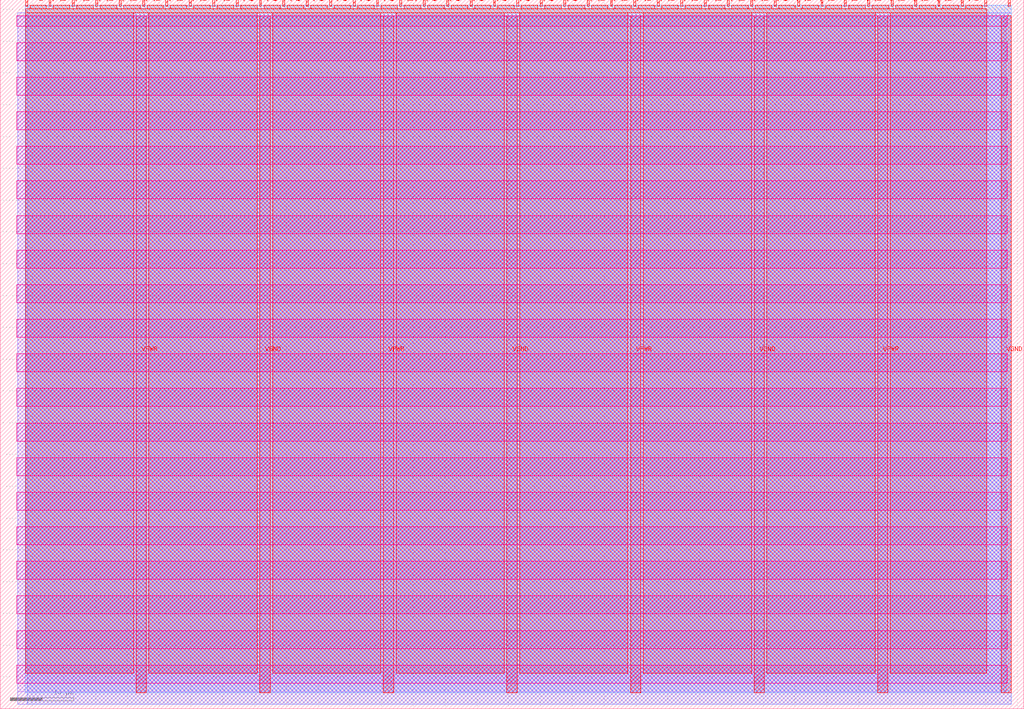
<source format=lef>
VERSION 5.7 ;
  NOWIREEXTENSIONATPIN ON ;
  DIVIDERCHAR "/" ;
  BUSBITCHARS "[]" ;
MACRO tt_um_maheredia
  CLASS BLOCK ;
  FOREIGN tt_um_maheredia ;
  ORIGIN 0.000 0.000 ;
  SIZE 161.000 BY 111.520 ;
  PIN VGND
    DIRECTION INOUT ;
    USE GROUND ;
    PORT
      LAYER met4 ;
        RECT 40.830 2.480 42.430 109.040 ;
    END
    PORT
      LAYER met4 ;
        RECT 79.700 2.480 81.300 109.040 ;
    END
    PORT
      LAYER met4 ;
        RECT 118.570 2.480 120.170 109.040 ;
    END
    PORT
      LAYER met4 ;
        RECT 157.440 2.480 159.040 109.040 ;
    END
  END VGND
  PIN VPWR
    DIRECTION INOUT ;
    USE POWER ;
    PORT
      LAYER met4 ;
        RECT 21.395 2.480 22.995 109.040 ;
    END
    PORT
      LAYER met4 ;
        RECT 60.265 2.480 61.865 109.040 ;
    END
    PORT
      LAYER met4 ;
        RECT 99.135 2.480 100.735 109.040 ;
    END
    PORT
      LAYER met4 ;
        RECT 138.005 2.480 139.605 109.040 ;
    END
  END VPWR
  PIN clk
    DIRECTION INPUT ;
    USE SIGNAL ;
    ANTENNAGATEAREA 0.852000 ;
    PORT
      LAYER met4 ;
        RECT 154.870 110.520 155.170 111.520 ;
    END
  END clk
  PIN ena
    DIRECTION INPUT ;
    USE SIGNAL ;
    PORT
      LAYER met4 ;
        RECT 158.550 110.520 158.850 111.520 ;
    END
  END ena
  PIN rst_n
    DIRECTION INPUT ;
    USE SIGNAL ;
    ANTENNAGATEAREA 0.196500 ;
    PORT
      LAYER met4 ;
        RECT 151.190 110.520 151.490 111.520 ;
    END
  END rst_n
  PIN ui_in[0]
    DIRECTION INPUT ;
    USE SIGNAL ;
    ANTENNAGATEAREA 0.126000 ;
    ANTENNADIFFAREA 0.434700 ;
    PORT
      LAYER met4 ;
        RECT 147.510 110.520 147.810 111.520 ;
    END
  END ui_in[0]
  PIN ui_in[1]
    DIRECTION INPUT ;
    USE SIGNAL ;
    PORT
      LAYER met4 ;
        RECT 143.830 110.520 144.130 111.520 ;
    END
  END ui_in[1]
  PIN ui_in[2]
    DIRECTION INPUT ;
    USE SIGNAL ;
    PORT
      LAYER met4 ;
        RECT 140.150 110.520 140.450 111.520 ;
    END
  END ui_in[2]
  PIN ui_in[3]
    DIRECTION INPUT ;
    USE SIGNAL ;
    ANTENNAGATEAREA 0.196500 ;
    PORT
      LAYER met4 ;
        RECT 136.470 110.520 136.770 111.520 ;
    END
  END ui_in[3]
  PIN ui_in[4]
    DIRECTION INPUT ;
    USE SIGNAL ;
    PORT
      LAYER met4 ;
        RECT 132.790 110.520 133.090 111.520 ;
    END
  END ui_in[4]
  PIN ui_in[5]
    DIRECTION INPUT ;
    USE SIGNAL ;
    PORT
      LAYER met4 ;
        RECT 129.110 110.520 129.410 111.520 ;
    END
  END ui_in[5]
  PIN ui_in[6]
    DIRECTION INPUT ;
    USE SIGNAL ;
    PORT
      LAYER met4 ;
        RECT 125.430 110.520 125.730 111.520 ;
    END
  END ui_in[6]
  PIN ui_in[7]
    DIRECTION INPUT ;
    USE SIGNAL ;
    PORT
      LAYER met4 ;
        RECT 121.750 110.520 122.050 111.520 ;
    END
  END ui_in[7]
  PIN uio_in[0]
    DIRECTION INPUT ;
    USE SIGNAL ;
    PORT
      LAYER met4 ;
        RECT 118.070 110.520 118.370 111.520 ;
    END
  END uio_in[0]
  PIN uio_in[1]
    DIRECTION INPUT ;
    USE SIGNAL ;
    PORT
      LAYER met4 ;
        RECT 114.390 110.520 114.690 111.520 ;
    END
  END uio_in[1]
  PIN uio_in[2]
    DIRECTION INPUT ;
    USE SIGNAL ;
    PORT
      LAYER met4 ;
        RECT 110.710 110.520 111.010 111.520 ;
    END
  END uio_in[2]
  PIN uio_in[3]
    DIRECTION INPUT ;
    USE SIGNAL ;
    PORT
      LAYER met4 ;
        RECT 107.030 110.520 107.330 111.520 ;
    END
  END uio_in[3]
  PIN uio_in[4]
    DIRECTION INPUT ;
    USE SIGNAL ;
    PORT
      LAYER met4 ;
        RECT 103.350 110.520 103.650 111.520 ;
    END
  END uio_in[4]
  PIN uio_in[5]
    DIRECTION INPUT ;
    USE SIGNAL ;
    PORT
      LAYER met4 ;
        RECT 99.670 110.520 99.970 111.520 ;
    END
  END uio_in[5]
  PIN uio_in[6]
    DIRECTION INPUT ;
    USE SIGNAL ;
    PORT
      LAYER met4 ;
        RECT 95.990 110.520 96.290 111.520 ;
    END
  END uio_in[6]
  PIN uio_in[7]
    DIRECTION INPUT ;
    USE SIGNAL ;
    PORT
      LAYER met4 ;
        RECT 92.310 110.520 92.610 111.520 ;
    END
  END uio_in[7]
  PIN uio_oe[0]
    DIRECTION OUTPUT TRISTATE ;
    USE SIGNAL ;
    PORT
      LAYER met4 ;
        RECT 29.750 110.520 30.050 111.520 ;
    END
  END uio_oe[0]
  PIN uio_oe[1]
    DIRECTION OUTPUT TRISTATE ;
    USE SIGNAL ;
    PORT
      LAYER met4 ;
        RECT 26.070 110.520 26.370 111.520 ;
    END
  END uio_oe[1]
  PIN uio_oe[2]
    DIRECTION OUTPUT TRISTATE ;
    USE SIGNAL ;
    PORT
      LAYER met4 ;
        RECT 22.390 110.520 22.690 111.520 ;
    END
  END uio_oe[2]
  PIN uio_oe[3]
    DIRECTION OUTPUT TRISTATE ;
    USE SIGNAL ;
    PORT
      LAYER met4 ;
        RECT 18.710 110.520 19.010 111.520 ;
    END
  END uio_oe[3]
  PIN uio_oe[4]
    DIRECTION OUTPUT TRISTATE ;
    USE SIGNAL ;
    PORT
      LAYER met4 ;
        RECT 15.030 110.520 15.330 111.520 ;
    END
  END uio_oe[4]
  PIN uio_oe[5]
    DIRECTION OUTPUT TRISTATE ;
    USE SIGNAL ;
    PORT
      LAYER met4 ;
        RECT 11.350 110.520 11.650 111.520 ;
    END
  END uio_oe[5]
  PIN uio_oe[6]
    DIRECTION OUTPUT TRISTATE ;
    USE SIGNAL ;
    PORT
      LAYER met4 ;
        RECT 7.670 110.520 7.970 111.520 ;
    END
  END uio_oe[6]
  PIN uio_oe[7]
    DIRECTION OUTPUT TRISTATE ;
    USE SIGNAL ;
    PORT
      LAYER met4 ;
        RECT 3.990 110.520 4.290 111.520 ;
    END
  END uio_oe[7]
  PIN uio_out[0]
    DIRECTION OUTPUT TRISTATE ;
    USE SIGNAL ;
    PORT
      LAYER met4 ;
        RECT 59.190 110.520 59.490 111.520 ;
    END
  END uio_out[0]
  PIN uio_out[1]
    DIRECTION OUTPUT TRISTATE ;
    USE SIGNAL ;
    PORT
      LAYER met4 ;
        RECT 55.510 110.520 55.810 111.520 ;
    END
  END uio_out[1]
  PIN uio_out[2]
    DIRECTION OUTPUT TRISTATE ;
    USE SIGNAL ;
    PORT
      LAYER met4 ;
        RECT 51.830 110.520 52.130 111.520 ;
    END
  END uio_out[2]
  PIN uio_out[3]
    DIRECTION OUTPUT TRISTATE ;
    USE SIGNAL ;
    PORT
      LAYER met4 ;
        RECT 48.150 110.520 48.450 111.520 ;
    END
  END uio_out[3]
  PIN uio_out[4]
    DIRECTION OUTPUT TRISTATE ;
    USE SIGNAL ;
    PORT
      LAYER met4 ;
        RECT 44.470 110.520 44.770 111.520 ;
    END
  END uio_out[4]
  PIN uio_out[5]
    DIRECTION OUTPUT TRISTATE ;
    USE SIGNAL ;
    PORT
      LAYER met4 ;
        RECT 40.790 110.520 41.090 111.520 ;
    END
  END uio_out[5]
  PIN uio_out[6]
    DIRECTION OUTPUT TRISTATE ;
    USE SIGNAL ;
    PORT
      LAYER met4 ;
        RECT 37.110 110.520 37.410 111.520 ;
    END
  END uio_out[6]
  PIN uio_out[7]
    DIRECTION OUTPUT TRISTATE ;
    USE SIGNAL ;
    PORT
      LAYER met4 ;
        RECT 33.430 110.520 33.730 111.520 ;
    END
  END uio_out[7]
  PIN uo_out[0]
    DIRECTION OUTPUT TRISTATE ;
    USE SIGNAL ;
    ANTENNADIFFAREA 0.445500 ;
    PORT
      LAYER met4 ;
        RECT 88.630 110.520 88.930 111.520 ;
    END
  END uo_out[0]
  PIN uo_out[1]
    DIRECTION OUTPUT TRISTATE ;
    USE SIGNAL ;
    ANTENNADIFFAREA 0.445500 ;
    PORT
      LAYER met4 ;
        RECT 84.950 110.520 85.250 111.520 ;
    END
  END uo_out[1]
  PIN uo_out[2]
    DIRECTION OUTPUT TRISTATE ;
    USE SIGNAL ;
    ANTENNADIFFAREA 0.795200 ;
    PORT
      LAYER met4 ;
        RECT 81.270 110.520 81.570 111.520 ;
    END
  END uo_out[2]
  PIN uo_out[3]
    DIRECTION OUTPUT TRISTATE ;
    USE SIGNAL ;
    ANTENNADIFFAREA 0.445500 ;
    PORT
      LAYER met4 ;
        RECT 77.590 110.520 77.890 111.520 ;
    END
  END uo_out[3]
  PIN uo_out[4]
    DIRECTION OUTPUT TRISTATE ;
    USE SIGNAL ;
    ANTENNADIFFAREA 0.445500 ;
    PORT
      LAYER met4 ;
        RECT 73.910 110.520 74.210 111.520 ;
    END
  END uo_out[4]
  PIN uo_out[5]
    DIRECTION OUTPUT TRISTATE ;
    USE SIGNAL ;
    PORT
      LAYER met4 ;
        RECT 70.230 110.520 70.530 111.520 ;
    END
  END uo_out[5]
  PIN uo_out[6]
    DIRECTION OUTPUT TRISTATE ;
    USE SIGNAL ;
    PORT
      LAYER met4 ;
        RECT 66.550 110.520 66.850 111.520 ;
    END
  END uo_out[6]
  PIN uo_out[7]
    DIRECTION OUTPUT TRISTATE ;
    USE SIGNAL ;
    PORT
      LAYER met4 ;
        RECT 62.870 110.520 63.170 111.520 ;
    END
  END uo_out[7]
  OBS
      LAYER nwell ;
        RECT 2.570 107.385 158.430 108.990 ;
        RECT 2.570 101.945 158.430 104.775 ;
        RECT 2.570 96.505 158.430 99.335 ;
        RECT 2.570 91.065 158.430 93.895 ;
        RECT 2.570 85.625 158.430 88.455 ;
        RECT 2.570 80.185 158.430 83.015 ;
        RECT 2.570 74.745 158.430 77.575 ;
        RECT 2.570 69.305 158.430 72.135 ;
        RECT 2.570 63.865 158.430 66.695 ;
        RECT 2.570 58.425 158.430 61.255 ;
        RECT 2.570 52.985 158.430 55.815 ;
        RECT 2.570 47.545 158.430 50.375 ;
        RECT 2.570 42.105 158.430 44.935 ;
        RECT 2.570 36.665 158.430 39.495 ;
        RECT 2.570 31.225 158.430 34.055 ;
        RECT 2.570 25.785 158.430 28.615 ;
        RECT 2.570 20.345 158.430 23.175 ;
        RECT 2.570 14.905 158.430 17.735 ;
        RECT 2.570 9.465 158.430 12.295 ;
        RECT 2.570 4.025 158.430 6.855 ;
      LAYER li1 ;
        RECT 2.760 2.635 158.240 108.885 ;
      LAYER met1 ;
        RECT 2.760 0.720 159.040 109.440 ;
      LAYER met2 ;
        RECT 4.230 0.690 159.010 110.685 ;
      LAYER met3 ;
        RECT 3.950 2.555 159.030 110.665 ;
      LAYER met4 ;
        RECT 4.690 110.120 7.270 110.665 ;
        RECT 8.370 110.120 10.950 110.665 ;
        RECT 12.050 110.120 14.630 110.665 ;
        RECT 15.730 110.120 18.310 110.665 ;
        RECT 19.410 110.120 21.990 110.665 ;
        RECT 23.090 110.120 25.670 110.665 ;
        RECT 26.770 110.120 29.350 110.665 ;
        RECT 30.450 110.120 33.030 110.665 ;
        RECT 34.130 110.120 36.710 110.665 ;
        RECT 37.810 110.120 40.390 110.665 ;
        RECT 41.490 110.120 44.070 110.665 ;
        RECT 45.170 110.120 47.750 110.665 ;
        RECT 48.850 110.120 51.430 110.665 ;
        RECT 52.530 110.120 55.110 110.665 ;
        RECT 56.210 110.120 58.790 110.665 ;
        RECT 59.890 110.120 62.470 110.665 ;
        RECT 63.570 110.120 66.150 110.665 ;
        RECT 67.250 110.120 69.830 110.665 ;
        RECT 70.930 110.120 73.510 110.665 ;
        RECT 74.610 110.120 77.190 110.665 ;
        RECT 78.290 110.120 80.870 110.665 ;
        RECT 81.970 110.120 84.550 110.665 ;
        RECT 85.650 110.120 88.230 110.665 ;
        RECT 89.330 110.120 91.910 110.665 ;
        RECT 93.010 110.120 95.590 110.665 ;
        RECT 96.690 110.120 99.270 110.665 ;
        RECT 100.370 110.120 102.950 110.665 ;
        RECT 104.050 110.120 106.630 110.665 ;
        RECT 107.730 110.120 110.310 110.665 ;
        RECT 111.410 110.120 113.990 110.665 ;
        RECT 115.090 110.120 117.670 110.665 ;
        RECT 118.770 110.120 121.350 110.665 ;
        RECT 122.450 110.120 125.030 110.665 ;
        RECT 126.130 110.120 128.710 110.665 ;
        RECT 129.810 110.120 132.390 110.665 ;
        RECT 133.490 110.120 136.070 110.665 ;
        RECT 137.170 110.120 139.750 110.665 ;
        RECT 140.850 110.120 143.430 110.665 ;
        RECT 144.530 110.120 147.110 110.665 ;
        RECT 148.210 110.120 150.790 110.665 ;
        RECT 151.890 110.120 154.470 110.665 ;
        RECT 3.975 109.440 155.185 110.120 ;
        RECT 3.975 5.615 20.995 109.440 ;
        RECT 23.395 5.615 40.430 109.440 ;
        RECT 42.830 5.615 59.865 109.440 ;
        RECT 62.265 5.615 79.300 109.440 ;
        RECT 81.700 5.615 98.735 109.440 ;
        RECT 101.135 5.615 118.170 109.440 ;
        RECT 120.570 5.615 137.605 109.440 ;
        RECT 140.005 5.615 155.185 109.440 ;
  END
END tt_um_maheredia
END LIBRARY


</source>
